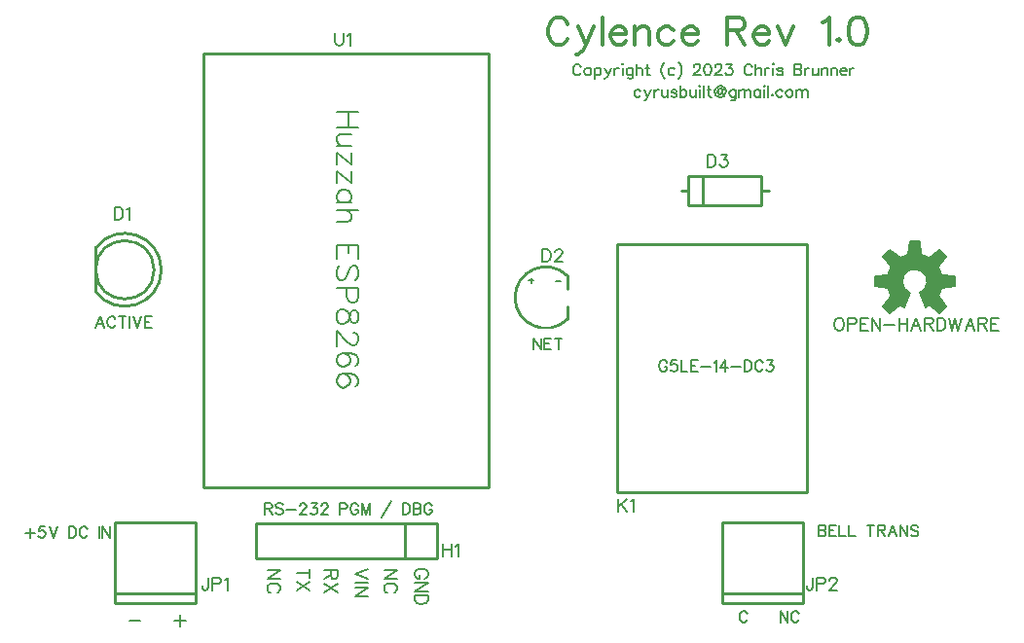
<source format=gto>
G04 Layer: TopSilkscreenLayer*
G04 EasyEDA v6.5.22, 2023-03-10 16:28:45*
G04 028e3914a6f949ed9ca799ef75e4ed4f,10*
G04 Gerber Generator version 0.2*
G04 Scale: 100 percent, Rotated: No, Reflected: No *
G04 Dimensions in millimeters *
G04 leading zeros omitted , absolute positions ,4 integer and 5 decimal *
%FSLAX45Y45*%
%MOMM*%

%ADD10C,0.3500*%
%ADD11C,0.2000*%
%ADD12C,0.1500*%
%ADD13C,0.2032*%
%ADD14C,0.1524*%
%ADD15C,0.1501*%
%ADD16C,0.2540*%
%ADD17C,0.0101*%

%LPD*%
D10*
X5479034Y8120379D02*
G01*
X5467604Y8142986D01*
X5444997Y8165592D01*
X5422138Y8177021D01*
X5376672Y8177021D01*
X5354065Y8165592D01*
X5331206Y8142986D01*
X5320029Y8120379D01*
X5308600Y8086089D01*
X5308600Y8029447D01*
X5320029Y7995158D01*
X5331206Y7972552D01*
X5354065Y7949692D01*
X5376672Y7938515D01*
X5422138Y7938515D01*
X5444997Y7949692D01*
X5467604Y7972552D01*
X5479034Y7995158D01*
X5565393Y8097520D02*
G01*
X5633720Y7938515D01*
X5701791Y8097520D02*
G01*
X5633720Y7938515D01*
X5610859Y7893050D01*
X5588254Y7870189D01*
X5565393Y7859013D01*
X5553963Y7859013D01*
X5776722Y8177021D02*
G01*
X5776722Y7938515D01*
X5851906Y8029447D02*
G01*
X5988050Y8029447D01*
X5988050Y8052054D01*
X5976874Y8074913D01*
X5965443Y8086089D01*
X5942584Y8097520D01*
X5908547Y8097520D01*
X5885941Y8086089D01*
X5863081Y8063484D01*
X5851906Y8029447D01*
X5851906Y8006587D01*
X5863081Y7972552D01*
X5885941Y7949692D01*
X5908547Y7938515D01*
X5942584Y7938515D01*
X5965443Y7949692D01*
X5988050Y7972552D01*
X6063234Y8097520D02*
G01*
X6063234Y7938515D01*
X6063234Y8052054D02*
G01*
X6097270Y8086089D01*
X6119875Y8097520D01*
X6154165Y8097520D01*
X6176772Y8086089D01*
X6188202Y8052054D01*
X6188202Y7938515D01*
X6399529Y8063484D02*
G01*
X6376670Y8086089D01*
X6354063Y8097520D01*
X6320027Y8097520D01*
X6297168Y8086089D01*
X6274561Y8063484D01*
X6263131Y8029447D01*
X6263131Y8006587D01*
X6274561Y7972552D01*
X6297168Y7949692D01*
X6320027Y7938515D01*
X6354063Y7938515D01*
X6376670Y7949692D01*
X6399529Y7972552D01*
X6474459Y8029447D02*
G01*
X6610858Y8029447D01*
X6610858Y8052054D01*
X6599427Y8074913D01*
X6588252Y8086089D01*
X6565391Y8097520D01*
X6531356Y8097520D01*
X6508495Y8086089D01*
X6485890Y8063484D01*
X6474459Y8029447D01*
X6474459Y8006587D01*
X6485890Y7972552D01*
X6508495Y7949692D01*
X6531356Y7938515D01*
X6565391Y7938515D01*
X6588252Y7949692D01*
X6610858Y7972552D01*
X6860793Y8177021D02*
G01*
X6860793Y7938515D01*
X6860793Y8177021D02*
G01*
X6963156Y8177021D01*
X6997191Y8165592D01*
X7008622Y8154415D01*
X7020052Y8131555D01*
X7020052Y8108950D01*
X7008622Y8086089D01*
X6997191Y8074913D01*
X6963156Y8063484D01*
X6860793Y8063484D01*
X6940295Y8063484D02*
G01*
X7020052Y7938515D01*
X7094981Y8029447D02*
G01*
X7231379Y8029447D01*
X7231379Y8052054D01*
X7219950Y8074913D01*
X7208520Y8086089D01*
X7185913Y8097520D01*
X7151877Y8097520D01*
X7129018Y8086089D01*
X7106411Y8063484D01*
X7094981Y8029447D01*
X7094981Y8006587D01*
X7106411Y7972552D01*
X7129018Y7949692D01*
X7151877Y7938515D01*
X7185913Y7938515D01*
X7208520Y7949692D01*
X7231379Y7972552D01*
X7306309Y8097520D02*
G01*
X7374381Y7938515D01*
X7442708Y8097520D02*
G01*
X7374381Y7938515D01*
X7692643Y8131555D02*
G01*
X7715504Y8142986D01*
X7749540Y8177021D01*
X7749540Y7938515D01*
X7835900Y7995158D02*
G01*
X7824470Y7983981D01*
X7835900Y7972552D01*
X7847329Y7983981D01*
X7835900Y7995158D01*
X7990331Y8177021D02*
G01*
X7956295Y8165592D01*
X7933690Y8131555D01*
X7922259Y8074913D01*
X7922259Y8040623D01*
X7933690Y7983981D01*
X7956295Y7949692D01*
X7990331Y7938515D01*
X8013191Y7938515D01*
X8047227Y7949692D01*
X8069834Y7983981D01*
X8081263Y8040623D01*
X8081263Y8074913D01*
X8069834Y8131555D01*
X8047227Y8165592D01*
X8013191Y8177021D01*
X7990331Y8177021D01*
D11*
X5592572Y7749031D02*
G01*
X5588254Y7758176D01*
X5579109Y7767065D01*
X5569965Y7771637D01*
X5551677Y7771637D01*
X5542788Y7767065D01*
X5533643Y7758176D01*
X5529072Y7749031D01*
X5524500Y7735315D01*
X5524500Y7712710D01*
X5529072Y7698994D01*
X5533643Y7689850D01*
X5542788Y7680705D01*
X5551677Y7676134D01*
X5569965Y7676134D01*
X5579109Y7680705D01*
X5588254Y7689850D01*
X5592572Y7698994D01*
X5645404Y7739887D02*
G01*
X5636259Y7735315D01*
X5627115Y7726171D01*
X5622797Y7712710D01*
X5622797Y7703565D01*
X5627115Y7689850D01*
X5636259Y7680705D01*
X5645404Y7676134D01*
X5659120Y7676134D01*
X5668009Y7680705D01*
X5677154Y7689850D01*
X5681725Y7703565D01*
X5681725Y7712710D01*
X5677154Y7726171D01*
X5668009Y7735315D01*
X5659120Y7739887D01*
X5645404Y7739887D01*
X5711697Y7739887D02*
G01*
X5711697Y7644384D01*
X5711697Y7726171D02*
G01*
X5720841Y7735315D01*
X5729986Y7739887D01*
X5743702Y7739887D01*
X5752591Y7735315D01*
X5761736Y7726171D01*
X5766308Y7712710D01*
X5766308Y7703565D01*
X5761736Y7689850D01*
X5752591Y7680705D01*
X5743702Y7676134D01*
X5729986Y7676134D01*
X5720841Y7680705D01*
X5711697Y7689850D01*
X5800852Y7739887D02*
G01*
X5828029Y7676134D01*
X5855461Y7739887D02*
G01*
X5828029Y7676134D01*
X5819140Y7658100D01*
X5809995Y7648955D01*
X5800852Y7644384D01*
X5796279Y7644384D01*
X5885434Y7739887D02*
G01*
X5885434Y7676134D01*
X5885434Y7712710D02*
G01*
X5890006Y7726171D01*
X5899150Y7735315D01*
X5908040Y7739887D01*
X5921756Y7739887D01*
X5951727Y7771637D02*
G01*
X5956300Y7767065D01*
X5960872Y7771637D01*
X5956300Y7776210D01*
X5951727Y7771637D01*
X5956300Y7739887D02*
G01*
X5956300Y7676134D01*
X6045454Y7739887D02*
G01*
X6045454Y7667244D01*
X6040881Y7653528D01*
X6036309Y7648955D01*
X6027165Y7644384D01*
X6013704Y7644384D01*
X6004559Y7648955D01*
X6045454Y7726171D02*
G01*
X6036309Y7735315D01*
X6027165Y7739887D01*
X6013704Y7739887D01*
X6004559Y7735315D01*
X5995415Y7726171D01*
X5990843Y7712710D01*
X5990843Y7703565D01*
X5995415Y7689850D01*
X6004559Y7680705D01*
X6013704Y7676134D01*
X6027165Y7676134D01*
X6036309Y7680705D01*
X6045454Y7689850D01*
X6075425Y7771637D02*
G01*
X6075425Y7676134D01*
X6075425Y7721600D02*
G01*
X6089141Y7735315D01*
X6098031Y7739887D01*
X6111747Y7739887D01*
X6120891Y7735315D01*
X6125463Y7721600D01*
X6125463Y7676134D01*
X6169152Y7771637D02*
G01*
X6169152Y7694421D01*
X6173470Y7680705D01*
X6182613Y7676134D01*
X6191758Y7676134D01*
X6155436Y7739887D02*
G01*
X6187186Y7739887D01*
X6323584Y7789926D02*
G01*
X6314440Y7780781D01*
X6305295Y7767065D01*
X6296406Y7749031D01*
X6291834Y7726171D01*
X6291834Y7708137D01*
X6296406Y7685278D01*
X6305295Y7667244D01*
X6314440Y7653528D01*
X6323584Y7644384D01*
X6408165Y7726171D02*
G01*
X6399022Y7735315D01*
X6389877Y7739887D01*
X6376415Y7739887D01*
X6367272Y7735315D01*
X6358127Y7726171D01*
X6353556Y7712710D01*
X6353556Y7703565D01*
X6358127Y7689850D01*
X6367272Y7680705D01*
X6376415Y7676134D01*
X6389877Y7676134D01*
X6399022Y7680705D01*
X6408165Y7689850D01*
X6438138Y7789926D02*
G01*
X6447281Y7780781D01*
X6456425Y7767065D01*
X6465315Y7749031D01*
X6469888Y7726171D01*
X6469888Y7708137D01*
X6465315Y7685278D01*
X6456425Y7667244D01*
X6447281Y7653528D01*
X6438138Y7644384D01*
X6574536Y7749031D02*
G01*
X6574536Y7753604D01*
X6579108Y7762494D01*
X6583679Y7767065D01*
X6592570Y7771637D01*
X6610858Y7771637D01*
X6620002Y7767065D01*
X6624574Y7762494D01*
X6629145Y7753604D01*
X6629145Y7744460D01*
X6624574Y7735315D01*
X6615429Y7721600D01*
X6569963Y7676134D01*
X6633463Y7676134D01*
X6690868Y7771637D02*
G01*
X6677152Y7767065D01*
X6668008Y7753604D01*
X6663690Y7730744D01*
X6663690Y7717281D01*
X6668008Y7694421D01*
X6677152Y7680705D01*
X6690868Y7676134D01*
X6700011Y7676134D01*
X6713474Y7680705D01*
X6722618Y7694421D01*
X6727190Y7717281D01*
X6727190Y7730744D01*
X6722618Y7753604D01*
X6713474Y7767065D01*
X6700011Y7771637D01*
X6690868Y7771637D01*
X6761734Y7749031D02*
G01*
X6761734Y7753604D01*
X6766306Y7762494D01*
X6770877Y7767065D01*
X6780022Y7771637D01*
X6798056Y7771637D01*
X6807200Y7767065D01*
X6811772Y7762494D01*
X6816343Y7753604D01*
X6816343Y7744460D01*
X6811772Y7735315D01*
X6802627Y7721600D01*
X6757161Y7676134D01*
X6820915Y7676134D01*
X6860031Y7771637D02*
G01*
X6910070Y7771637D01*
X6882638Y7735315D01*
X6896354Y7735315D01*
X6905497Y7730744D01*
X6910070Y7726171D01*
X6914388Y7712710D01*
X6914388Y7703565D01*
X6910070Y7689850D01*
X6900925Y7680705D01*
X6887209Y7676134D01*
X6873493Y7676134D01*
X6860031Y7680705D01*
X6855459Y7685278D01*
X6850888Y7694421D01*
X7082790Y7749031D02*
G01*
X7078218Y7758176D01*
X7069074Y7767065D01*
X7059929Y7771637D01*
X7041895Y7771637D01*
X7032752Y7767065D01*
X7023608Y7758176D01*
X7019036Y7749031D01*
X7014463Y7735315D01*
X7014463Y7712710D01*
X7019036Y7698994D01*
X7023608Y7689850D01*
X7032752Y7680705D01*
X7041895Y7676134D01*
X7059929Y7676134D01*
X7069074Y7680705D01*
X7078218Y7689850D01*
X7082790Y7698994D01*
X7112761Y7771637D02*
G01*
X7112761Y7676134D01*
X7112761Y7721600D02*
G01*
X7126224Y7735315D01*
X7135368Y7739887D01*
X7149084Y7739887D01*
X7158227Y7735315D01*
X7162800Y7721600D01*
X7162800Y7676134D01*
X7192772Y7739887D02*
G01*
X7192772Y7676134D01*
X7192772Y7712710D02*
G01*
X7197343Y7726171D01*
X7206234Y7735315D01*
X7215377Y7739887D01*
X7229093Y7739887D01*
X7259065Y7771637D02*
G01*
X7263638Y7767065D01*
X7268209Y7771637D01*
X7263638Y7776210D01*
X7259065Y7771637D01*
X7263638Y7739887D02*
G01*
X7263638Y7676134D01*
X7348220Y7726171D02*
G01*
X7343647Y7735315D01*
X7329931Y7739887D01*
X7316215Y7739887D01*
X7302754Y7735315D01*
X7298181Y7726171D01*
X7302754Y7717281D01*
X7311643Y7712710D01*
X7334504Y7708137D01*
X7343647Y7703565D01*
X7348220Y7694421D01*
X7348220Y7689850D01*
X7343647Y7680705D01*
X7329931Y7676134D01*
X7316215Y7676134D01*
X7302754Y7680705D01*
X7298181Y7689850D01*
X7448041Y7771637D02*
G01*
X7448041Y7676134D01*
X7448041Y7771637D02*
G01*
X7488936Y7771637D01*
X7502652Y7767065D01*
X7507224Y7762494D01*
X7511795Y7753604D01*
X7511795Y7744460D01*
X7507224Y7735315D01*
X7502652Y7730744D01*
X7488936Y7726171D01*
X7448041Y7726171D02*
G01*
X7488936Y7726171D01*
X7502652Y7721600D01*
X7507224Y7717281D01*
X7511795Y7708137D01*
X7511795Y7694421D01*
X7507224Y7685278D01*
X7502652Y7680705D01*
X7488936Y7676134D01*
X7448041Y7676134D01*
X7541768Y7739887D02*
G01*
X7541768Y7676134D01*
X7541768Y7712710D02*
G01*
X7546340Y7726171D01*
X7555484Y7735315D01*
X7564374Y7739887D01*
X7578090Y7739887D01*
X7608061Y7739887D02*
G01*
X7608061Y7694421D01*
X7612634Y7680705D01*
X7621777Y7676134D01*
X7635493Y7676134D01*
X7644384Y7680705D01*
X7658100Y7694421D01*
X7658100Y7739887D02*
G01*
X7658100Y7676134D01*
X7688072Y7739887D02*
G01*
X7688072Y7676134D01*
X7688072Y7721600D02*
G01*
X7701788Y7735315D01*
X7710931Y7739887D01*
X7724393Y7739887D01*
X7733538Y7735315D01*
X7738109Y7721600D01*
X7738109Y7676134D01*
X7768081Y7739887D02*
G01*
X7768081Y7676134D01*
X7768081Y7721600D02*
G01*
X7781797Y7735315D01*
X7790941Y7739887D01*
X7804404Y7739887D01*
X7813547Y7735315D01*
X7818120Y7721600D01*
X7818120Y7676134D01*
X7848091Y7712710D02*
G01*
X7902702Y7712710D01*
X7902702Y7721600D01*
X7898129Y7730744D01*
X7893558Y7735315D01*
X7884413Y7739887D01*
X7870952Y7739887D01*
X7861808Y7735315D01*
X7852663Y7726171D01*
X7848091Y7712710D01*
X7848091Y7703565D01*
X7852663Y7689850D01*
X7861808Y7680705D01*
X7870952Y7676134D01*
X7884413Y7676134D01*
X7893558Y7680705D01*
X7902702Y7689850D01*
X7932674Y7739887D02*
G01*
X7932674Y7676134D01*
X7932674Y7712710D02*
G01*
X7937245Y7726171D01*
X7946390Y7735315D01*
X7955279Y7739887D01*
X7968995Y7739887D01*
D12*
X6112509Y7535671D02*
G01*
X6103365Y7544815D01*
X6094222Y7549387D01*
X6080506Y7549387D01*
X6071615Y7544815D01*
X6062472Y7535671D01*
X6057900Y7522210D01*
X6057900Y7513065D01*
X6062472Y7499350D01*
X6071615Y7490205D01*
X6080506Y7485634D01*
X6094222Y7485634D01*
X6103365Y7490205D01*
X6112509Y7499350D01*
X6147054Y7549387D02*
G01*
X6174231Y7485634D01*
X6201409Y7549387D02*
G01*
X6174231Y7485634D01*
X6165088Y7467600D01*
X6156197Y7458455D01*
X6147054Y7453884D01*
X6142481Y7453884D01*
X6231636Y7549387D02*
G01*
X6231636Y7485634D01*
X6231636Y7522210D02*
G01*
X6236208Y7535671D01*
X6245097Y7544815D01*
X6254241Y7549387D01*
X6267958Y7549387D01*
X6297929Y7549387D02*
G01*
X6297929Y7503921D01*
X6302502Y7490205D01*
X6311645Y7485634D01*
X6325108Y7485634D01*
X6334252Y7490205D01*
X6347968Y7503921D01*
X6347968Y7549387D02*
G01*
X6347968Y7485634D01*
X6427977Y7535671D02*
G01*
X6423406Y7544815D01*
X6409690Y7549387D01*
X6395974Y7549387D01*
X6382511Y7544815D01*
X6377940Y7535671D01*
X6382511Y7526781D01*
X6391656Y7522210D01*
X6414261Y7517637D01*
X6423406Y7513065D01*
X6427977Y7503921D01*
X6427977Y7499350D01*
X6423406Y7490205D01*
X6409690Y7485634D01*
X6395974Y7485634D01*
X6382511Y7490205D01*
X6377940Y7499350D01*
X6457950Y7581137D02*
G01*
X6457950Y7485634D01*
X6457950Y7535671D02*
G01*
X6467093Y7544815D01*
X6475984Y7549387D01*
X6489700Y7549387D01*
X6498843Y7544815D01*
X6507988Y7535671D01*
X6512559Y7522210D01*
X6512559Y7513065D01*
X6507988Y7499350D01*
X6498843Y7490205D01*
X6489700Y7485634D01*
X6475984Y7485634D01*
X6467093Y7490205D01*
X6457950Y7499350D01*
X6542531Y7549387D02*
G01*
X6542531Y7503921D01*
X6547104Y7490205D01*
X6555993Y7485634D01*
X6569709Y7485634D01*
X6578854Y7490205D01*
X6592570Y7503921D01*
X6592570Y7549387D02*
G01*
X6592570Y7485634D01*
X6622541Y7581137D02*
G01*
X6627113Y7576565D01*
X6631431Y7581137D01*
X6627113Y7585710D01*
X6622541Y7581137D01*
X6627113Y7549387D02*
G01*
X6627113Y7485634D01*
X6661658Y7581137D02*
G01*
X6661658Y7485634D01*
X6705091Y7581137D02*
G01*
X6705091Y7503921D01*
X6709663Y7490205D01*
X6718808Y7485634D01*
X6727952Y7485634D01*
X6691629Y7549387D02*
G01*
X6723379Y7549387D01*
X6825995Y7544815D02*
G01*
X6821424Y7553960D01*
X6812534Y7558531D01*
X6798818Y7558531D01*
X6789674Y7553960D01*
X6785102Y7549387D01*
X6780529Y7535671D01*
X6780529Y7522210D01*
X6785102Y7513065D01*
X6794245Y7508494D01*
X6807961Y7508494D01*
X6817106Y7513065D01*
X6821424Y7522210D01*
X6798818Y7558531D02*
G01*
X6789674Y7549387D01*
X6785102Y7535671D01*
X6785102Y7522210D01*
X6789674Y7513065D01*
X6794245Y7508494D01*
X6825995Y7558531D02*
G01*
X6821424Y7522210D01*
X6821424Y7513065D01*
X6830568Y7508494D01*
X6839711Y7508494D01*
X6848856Y7517637D01*
X6853427Y7531100D01*
X6853427Y7540244D01*
X6848856Y7553960D01*
X6844284Y7563104D01*
X6835140Y7571994D01*
X6825995Y7576565D01*
X6812534Y7581137D01*
X6798818Y7581137D01*
X6785102Y7576565D01*
X6775958Y7571994D01*
X6767068Y7563104D01*
X6762495Y7553960D01*
X6757924Y7540244D01*
X6757924Y7526781D01*
X6762495Y7513065D01*
X6767068Y7503921D01*
X6775958Y7494778D01*
X6785102Y7490205D01*
X6798818Y7485634D01*
X6812534Y7485634D01*
X6825995Y7490205D01*
X6835140Y7494778D01*
X6839711Y7499350D01*
X6830568Y7558531D02*
G01*
X6825995Y7522210D01*
X6825995Y7513065D01*
X6830568Y7508494D01*
X6938009Y7549387D02*
G01*
X6938009Y7476744D01*
X6933438Y7463028D01*
X6928865Y7458455D01*
X6919722Y7453884D01*
X6906006Y7453884D01*
X6897115Y7458455D01*
X6938009Y7535671D02*
G01*
X6928865Y7544815D01*
X6919722Y7549387D01*
X6906006Y7549387D01*
X6897115Y7544815D01*
X6887972Y7535671D01*
X6883400Y7522210D01*
X6883400Y7513065D01*
X6887972Y7499350D01*
X6897115Y7490205D01*
X6906006Y7485634D01*
X6919722Y7485634D01*
X6928865Y7490205D01*
X6938009Y7499350D01*
X6967981Y7549387D02*
G01*
X6967981Y7485634D01*
X6967981Y7531100D02*
G01*
X6981443Y7544815D01*
X6990588Y7549387D01*
X7004304Y7549387D01*
X7013447Y7544815D01*
X7018020Y7531100D01*
X7018020Y7485634D01*
X7018020Y7531100D02*
G01*
X7031481Y7544815D01*
X7040625Y7549387D01*
X7054341Y7549387D01*
X7063231Y7544815D01*
X7067804Y7531100D01*
X7067804Y7485634D01*
X7152386Y7549387D02*
G01*
X7152386Y7485634D01*
X7152386Y7535671D02*
G01*
X7143241Y7544815D01*
X7134352Y7549387D01*
X7120636Y7549387D01*
X7111491Y7544815D01*
X7102347Y7535671D01*
X7097775Y7522210D01*
X7097775Y7513065D01*
X7102347Y7499350D01*
X7111491Y7490205D01*
X7120636Y7485634D01*
X7134352Y7485634D01*
X7143241Y7490205D01*
X7152386Y7499350D01*
X7182358Y7581137D02*
G01*
X7186929Y7576565D01*
X7191502Y7581137D01*
X7186929Y7585710D01*
X7182358Y7581137D01*
X7186929Y7549387D02*
G01*
X7186929Y7485634D01*
X7221474Y7581137D02*
G01*
X7221474Y7485634D01*
X7256018Y7508494D02*
G01*
X7251445Y7503921D01*
X7256018Y7499350D01*
X7260590Y7503921D01*
X7256018Y7508494D01*
X7345172Y7535671D02*
G01*
X7336027Y7544815D01*
X7326884Y7549387D01*
X7313422Y7549387D01*
X7304277Y7544815D01*
X7295134Y7535671D01*
X7290561Y7522210D01*
X7290561Y7513065D01*
X7295134Y7499350D01*
X7304277Y7490205D01*
X7313422Y7485634D01*
X7326884Y7485634D01*
X7336027Y7490205D01*
X7345172Y7499350D01*
X7398004Y7549387D02*
G01*
X7388859Y7544815D01*
X7379715Y7535671D01*
X7375143Y7522210D01*
X7375143Y7513065D01*
X7379715Y7499350D01*
X7388859Y7490205D01*
X7398004Y7485634D01*
X7411465Y7485634D01*
X7420609Y7490205D01*
X7429754Y7499350D01*
X7434325Y7513065D01*
X7434325Y7522210D01*
X7429754Y7535671D01*
X7420609Y7544815D01*
X7411465Y7549387D01*
X7398004Y7549387D01*
X7464297Y7549387D02*
G01*
X7464297Y7485634D01*
X7464297Y7531100D02*
G01*
X7478013Y7544815D01*
X7486904Y7549387D01*
X7500620Y7549387D01*
X7509763Y7544815D01*
X7514336Y7531100D01*
X7514336Y7485634D01*
X7514336Y7531100D02*
G01*
X7527797Y7544815D01*
X7536941Y7549387D01*
X7550658Y7549387D01*
X7559802Y7544815D01*
X7564374Y7531100D01*
X7564374Y7485634D01*
D11*
X2844800Y3948937D02*
G01*
X2844800Y3853434D01*
X2844800Y3948937D02*
G01*
X2885693Y3948937D01*
X2899409Y3944365D01*
X2903981Y3939794D01*
X2908554Y3930904D01*
X2908554Y3921760D01*
X2903981Y3912615D01*
X2899409Y3908044D01*
X2885693Y3903471D01*
X2844800Y3903471D01*
X2876550Y3903471D02*
G01*
X2908554Y3853434D01*
X3002025Y3935476D02*
G01*
X2992881Y3944365D01*
X2979420Y3948937D01*
X2961131Y3948937D01*
X2947415Y3944365D01*
X2938525Y3935476D01*
X2938525Y3926331D01*
X2943097Y3917187D01*
X2947415Y3912615D01*
X2956559Y3908044D01*
X2983991Y3898900D01*
X2992881Y3894581D01*
X2997454Y3890010D01*
X3002025Y3880865D01*
X3002025Y3867150D01*
X2992881Y3858005D01*
X2979420Y3853434D01*
X2961131Y3853434D01*
X2947415Y3858005D01*
X2938525Y3867150D01*
X3031997Y3894581D02*
G01*
X3113786Y3894581D01*
X3148329Y3926331D02*
G01*
X3148329Y3930904D01*
X3152902Y3939794D01*
X3157474Y3944365D01*
X3166618Y3948937D01*
X3184906Y3948937D01*
X3193795Y3944365D01*
X3198368Y3939794D01*
X3202940Y3930904D01*
X3202940Y3921760D01*
X3198368Y3912615D01*
X3189224Y3898900D01*
X3144011Y3853434D01*
X3207511Y3853434D01*
X3246627Y3948937D02*
G01*
X3296665Y3948937D01*
X3269234Y3912615D01*
X3282950Y3912615D01*
X3292093Y3908044D01*
X3296665Y3903471D01*
X3301238Y3890010D01*
X3301238Y3880865D01*
X3296665Y3867150D01*
X3287522Y3858005D01*
X3273806Y3853434D01*
X3260343Y3853434D01*
X3246627Y3858005D01*
X3242056Y3862578D01*
X3237484Y3871721D01*
X3335781Y3926331D02*
G01*
X3335781Y3930904D01*
X3340354Y3939794D01*
X3344925Y3944365D01*
X3353815Y3948937D01*
X3372104Y3948937D01*
X3381247Y3944365D01*
X3385820Y3939794D01*
X3390138Y3930904D01*
X3390138Y3921760D01*
X3385820Y3912615D01*
X3376675Y3898900D01*
X3331209Y3853434D01*
X3394709Y3853434D01*
X3494786Y3948937D02*
G01*
X3494786Y3853434D01*
X3494786Y3948937D02*
G01*
X3535679Y3948937D01*
X3549395Y3944365D01*
X3553968Y3939794D01*
X3558540Y3930904D01*
X3558540Y3917187D01*
X3553968Y3908044D01*
X3549395Y3903471D01*
X3535679Y3898900D01*
X3494786Y3898900D01*
X3656584Y3926331D02*
G01*
X3652011Y3935476D01*
X3642868Y3944365D01*
X3633977Y3948937D01*
X3615690Y3948937D01*
X3606545Y3944365D01*
X3597402Y3935476D01*
X3593084Y3926331D01*
X3588511Y3912615D01*
X3588511Y3890010D01*
X3593084Y3876294D01*
X3597402Y3867150D01*
X3606545Y3858005D01*
X3615690Y3853434D01*
X3633977Y3853434D01*
X3642868Y3858005D01*
X3652011Y3867150D01*
X3656584Y3876294D01*
X3656584Y3890010D01*
X3633977Y3890010D02*
G01*
X3656584Y3890010D01*
X3686556Y3948937D02*
G01*
X3686556Y3853434D01*
X3686556Y3948937D02*
G01*
X3722877Y3853434D01*
X3759454Y3948937D02*
G01*
X3722877Y3853434D01*
X3759454Y3948937D02*
G01*
X3759454Y3853434D01*
X3941063Y3967226D02*
G01*
X3859275Y3821684D01*
X4041140Y3948937D02*
G01*
X4041140Y3853434D01*
X4041140Y3948937D02*
G01*
X4072890Y3948937D01*
X4086606Y3944365D01*
X4095750Y3935476D01*
X4100322Y3926331D01*
X4104893Y3912615D01*
X4104893Y3890010D01*
X4100322Y3876294D01*
X4095750Y3867150D01*
X4086606Y3858005D01*
X4072890Y3853434D01*
X4041140Y3853434D01*
X4134865Y3948937D02*
G01*
X4134865Y3853434D01*
X4134865Y3948937D02*
G01*
X4175759Y3948937D01*
X4189222Y3944365D01*
X4193793Y3939794D01*
X4198365Y3930904D01*
X4198365Y3921760D01*
X4193793Y3912615D01*
X4189222Y3908044D01*
X4175759Y3903471D01*
X4134865Y3903471D02*
G01*
X4175759Y3903471D01*
X4189222Y3898900D01*
X4193793Y3894581D01*
X4198365Y3885437D01*
X4198365Y3871721D01*
X4193793Y3862578D01*
X4189222Y3858005D01*
X4175759Y3853434D01*
X4134865Y3853434D01*
X4296663Y3926331D02*
G01*
X4292091Y3935476D01*
X4282947Y3944365D01*
X4273804Y3948937D01*
X4255770Y3948937D01*
X4246625Y3944365D01*
X4237481Y3935476D01*
X4232909Y3926331D01*
X4228338Y3912615D01*
X4228338Y3890010D01*
X4232909Y3876294D01*
X4237481Y3867150D01*
X4246625Y3858005D01*
X4255770Y3853434D01*
X4273804Y3853434D01*
X4282947Y3858005D01*
X4292091Y3867150D01*
X4296663Y3876294D01*
X4296663Y3890010D01*
X4273804Y3890010D02*
G01*
X4296663Y3890010D01*
X7040372Y2986531D02*
G01*
X7036054Y2995676D01*
X7026909Y3004565D01*
X7017765Y3009137D01*
X6999477Y3009137D01*
X6990588Y3004565D01*
X6981443Y2995676D01*
X6976872Y2986531D01*
X6972300Y2972815D01*
X6972300Y2950210D01*
X6976872Y2936494D01*
X6981443Y2927350D01*
X6990588Y2918205D01*
X6999477Y2913634D01*
X7017765Y2913634D01*
X7026909Y2918205D01*
X7036054Y2927350D01*
X7040372Y2936494D01*
X7327900Y3009137D02*
G01*
X7327900Y2913634D01*
X7327900Y3009137D02*
G01*
X7391654Y2913634D01*
X7391654Y3009137D02*
G01*
X7391654Y2913634D01*
X7489697Y2986531D02*
G01*
X7485125Y2995676D01*
X7475981Y3004565D01*
X7467091Y3009137D01*
X7448804Y3009137D01*
X7439659Y3004565D01*
X7430515Y2995676D01*
X7426197Y2986531D01*
X7421625Y2972815D01*
X7421625Y2950210D01*
X7426197Y2936494D01*
X7430515Y2927350D01*
X7439659Y2918205D01*
X7448804Y2913634D01*
X7467091Y2913634D01*
X7475981Y2918205D01*
X7485125Y2927350D01*
X7489697Y2936494D01*
X7658100Y3758437D02*
G01*
X7658100Y3662934D01*
X7658100Y3758437D02*
G01*
X7698993Y3758437D01*
X7712709Y3753865D01*
X7717281Y3749294D01*
X7721854Y3740404D01*
X7721854Y3731260D01*
X7717281Y3722115D01*
X7712709Y3717544D01*
X7698993Y3712971D01*
X7658100Y3712971D02*
G01*
X7698993Y3712971D01*
X7712709Y3708400D01*
X7717281Y3704081D01*
X7721854Y3694937D01*
X7721854Y3681221D01*
X7717281Y3672078D01*
X7712709Y3667505D01*
X7698993Y3662934D01*
X7658100Y3662934D01*
X7751825Y3758437D02*
G01*
X7751825Y3662934D01*
X7751825Y3758437D02*
G01*
X7810754Y3758437D01*
X7751825Y3712971D02*
G01*
X7788147Y3712971D01*
X7751825Y3662934D02*
G01*
X7810754Y3662934D01*
X7840725Y3758437D02*
G01*
X7840725Y3662934D01*
X7840725Y3662934D02*
G01*
X7895336Y3662934D01*
X7925308Y3758437D02*
G01*
X7925308Y3662934D01*
X7925308Y3662934D02*
G01*
X7979918Y3662934D01*
X8111743Y3758437D02*
G01*
X8111743Y3662934D01*
X8079993Y3758437D02*
G01*
X8143493Y3758437D01*
X8173465Y3758437D02*
G01*
X8173465Y3662934D01*
X8173465Y3758437D02*
G01*
X8214359Y3758437D01*
X8228075Y3753865D01*
X8232647Y3749294D01*
X8237220Y3740404D01*
X8237220Y3731260D01*
X8232647Y3722115D01*
X8228075Y3717544D01*
X8214359Y3712971D01*
X8173465Y3712971D01*
X8205470Y3712971D02*
G01*
X8237220Y3662934D01*
X8303513Y3758437D02*
G01*
X8267191Y3662934D01*
X8303513Y3758437D02*
G01*
X8339836Y3662934D01*
X8280908Y3694937D02*
G01*
X8326374Y3694937D01*
X8369808Y3758437D02*
G01*
X8369808Y3662934D01*
X8369808Y3758437D02*
G01*
X8433561Y3662934D01*
X8433561Y3758437D02*
G01*
X8433561Y3662934D01*
X8527288Y3744976D02*
G01*
X8518143Y3753865D01*
X8504427Y3758437D01*
X8486393Y3758437D01*
X8472677Y3753865D01*
X8463534Y3744976D01*
X8463534Y3735831D01*
X8468106Y3726687D01*
X8472677Y3722115D01*
X8481822Y3717544D01*
X8509000Y3708400D01*
X8518143Y3704081D01*
X8522715Y3699510D01*
X8527288Y3690365D01*
X8527288Y3676650D01*
X8518143Y3667505D01*
X8504427Y3662934D01*
X8486393Y3662934D01*
X8472677Y3667505D01*
X8463534Y3676650D01*
X5181600Y5384037D02*
G01*
X5181600Y5288534D01*
X5181600Y5384037D02*
G01*
X5245354Y5288534D01*
X5245354Y5384037D02*
G01*
X5245354Y5288534D01*
X5275325Y5384037D02*
G01*
X5275325Y5288534D01*
X5275325Y5384037D02*
G01*
X5334254Y5384037D01*
X5275325Y5338571D02*
G01*
X5311647Y5338571D01*
X5275325Y5288534D02*
G01*
X5334254Y5288534D01*
X5396229Y5384037D02*
G01*
X5396229Y5288534D01*
X5364225Y5384037D02*
G01*
X5427979Y5384037D01*
X1407921Y5574537D02*
G01*
X1371600Y5479034D01*
X1407921Y5574537D02*
G01*
X1444244Y5479034D01*
X1385315Y5511037D02*
G01*
X1430781Y5511037D01*
X1542542Y5551931D02*
G01*
X1537970Y5561076D01*
X1528826Y5569965D01*
X1519681Y5574537D01*
X1501647Y5574537D01*
X1492504Y5569965D01*
X1483360Y5561076D01*
X1478787Y5551931D01*
X1474215Y5538215D01*
X1474215Y5515610D01*
X1478787Y5501894D01*
X1483360Y5492750D01*
X1492504Y5483605D01*
X1501647Y5479034D01*
X1519681Y5479034D01*
X1528826Y5483605D01*
X1537970Y5492750D01*
X1542542Y5501894D01*
X1604263Y5574537D02*
G01*
X1604263Y5479034D01*
X1572513Y5574537D02*
G01*
X1636268Y5574537D01*
X1666239Y5574537D02*
G01*
X1666239Y5479034D01*
X1696212Y5574537D02*
G01*
X1732534Y5479034D01*
X1768855Y5574537D02*
G01*
X1732534Y5479034D01*
X1798828Y5574537D02*
G01*
X1798828Y5479034D01*
X1798828Y5574537D02*
G01*
X1858010Y5574537D01*
X1798828Y5529071D02*
G01*
X1835150Y5529071D01*
X1798828Y5479034D02*
G01*
X1858010Y5479034D01*
X6341872Y5170931D02*
G01*
X6337554Y5180076D01*
X6328409Y5188965D01*
X6319265Y5193537D01*
X6300977Y5193537D01*
X6292088Y5188965D01*
X6282943Y5180076D01*
X6278372Y5170931D01*
X6273800Y5157215D01*
X6273800Y5134610D01*
X6278372Y5120894D01*
X6282943Y5111750D01*
X6292088Y5102605D01*
X6300977Y5098034D01*
X6319265Y5098034D01*
X6328409Y5102605D01*
X6337554Y5111750D01*
X6341872Y5120894D01*
X6341872Y5134610D01*
X6319265Y5134610D02*
G01*
X6341872Y5134610D01*
X6426454Y5193537D02*
G01*
X6380988Y5193537D01*
X6376415Y5152644D01*
X6380988Y5157215D01*
X6394704Y5161787D01*
X6408420Y5161787D01*
X6421881Y5157215D01*
X6431025Y5148071D01*
X6435597Y5134610D01*
X6435597Y5125465D01*
X6431025Y5111750D01*
X6421881Y5102605D01*
X6408420Y5098034D01*
X6394704Y5098034D01*
X6380988Y5102605D01*
X6376415Y5107178D01*
X6372097Y5116321D01*
X6465570Y5193537D02*
G01*
X6465570Y5098034D01*
X6465570Y5098034D02*
G01*
X6520179Y5098034D01*
X6550152Y5193537D02*
G01*
X6550152Y5098034D01*
X6550152Y5193537D02*
G01*
X6609334Y5193537D01*
X6550152Y5148071D02*
G01*
X6586474Y5148071D01*
X6550152Y5098034D02*
G01*
X6609334Y5098034D01*
X6639306Y5139181D02*
G01*
X6721093Y5139181D01*
X6751065Y5175504D02*
G01*
X6760209Y5180076D01*
X6773925Y5193537D01*
X6773925Y5098034D01*
X6849363Y5193537D02*
G01*
X6803897Y5130037D01*
X6871970Y5130037D01*
X6849363Y5193537D02*
G01*
X6849363Y5098034D01*
X6901941Y5139181D02*
G01*
X6983729Y5139181D01*
X7013702Y5193537D02*
G01*
X7013702Y5098034D01*
X7013702Y5193537D02*
G01*
X7045706Y5193537D01*
X7059168Y5188965D01*
X7068311Y5180076D01*
X7072884Y5170931D01*
X7077456Y5157215D01*
X7077456Y5134610D01*
X7072884Y5120894D01*
X7068311Y5111750D01*
X7059168Y5102605D01*
X7045706Y5098034D01*
X7013702Y5098034D01*
X7175500Y5170931D02*
G01*
X7171181Y5180076D01*
X7162038Y5188965D01*
X7152893Y5193537D01*
X7134606Y5193537D01*
X7125715Y5188965D01*
X7116572Y5180076D01*
X7112000Y5170931D01*
X7107427Y5157215D01*
X7107427Y5134610D01*
X7112000Y5120894D01*
X7116572Y5111750D01*
X7125715Y5102605D01*
X7134606Y5098034D01*
X7152893Y5098034D01*
X7162038Y5102605D01*
X7171181Y5111750D01*
X7175500Y5120894D01*
X7214615Y5193537D02*
G01*
X7264654Y5193537D01*
X7237475Y5157215D01*
X7251191Y5157215D01*
X7260081Y5152644D01*
X7264654Y5148071D01*
X7269225Y5134610D01*
X7269225Y5125465D01*
X7264654Y5111750D01*
X7255509Y5102605D01*
X7242047Y5098034D01*
X7228331Y5098034D01*
X7214615Y5102605D01*
X7210043Y5107178D01*
X7205725Y5116321D01*
X802894Y3732276D02*
G01*
X802894Y3650234D01*
X762000Y3691381D02*
G01*
X843787Y3691381D01*
X928370Y3745737D02*
G01*
X882904Y3745737D01*
X878331Y3704844D01*
X882904Y3709415D01*
X896620Y3713987D01*
X910081Y3713987D01*
X923797Y3709415D01*
X932942Y3700271D01*
X937513Y3686810D01*
X937513Y3677665D01*
X932942Y3663950D01*
X923797Y3654805D01*
X910081Y3650234D01*
X896620Y3650234D01*
X882904Y3654805D01*
X878331Y3659378D01*
X873760Y3668521D01*
X967486Y3745737D02*
G01*
X1003807Y3650234D01*
X1040129Y3745737D02*
G01*
X1003807Y3650234D01*
X1140205Y3745737D02*
G01*
X1140205Y3650234D01*
X1140205Y3745737D02*
G01*
X1171955Y3745737D01*
X1185671Y3741165D01*
X1194815Y3732276D01*
X1199387Y3723131D01*
X1203705Y3709415D01*
X1203705Y3686810D01*
X1199387Y3673094D01*
X1194815Y3663950D01*
X1185671Y3654805D01*
X1171955Y3650234D01*
X1140205Y3650234D01*
X1302004Y3723131D02*
G01*
X1297431Y3732276D01*
X1288287Y3741165D01*
X1279397Y3745737D01*
X1261110Y3745737D01*
X1251965Y3741165D01*
X1242821Y3732276D01*
X1238250Y3723131D01*
X1233931Y3709415D01*
X1233931Y3686810D01*
X1238250Y3673094D01*
X1242821Y3663950D01*
X1251965Y3654805D01*
X1261110Y3650234D01*
X1279397Y3650234D01*
X1288287Y3654805D01*
X1297431Y3663950D01*
X1302004Y3673094D01*
X1402079Y3745737D02*
G01*
X1402079Y3650234D01*
X1432052Y3745737D02*
G01*
X1432052Y3650234D01*
X1432052Y3745737D02*
G01*
X1495552Y3650234D01*
X1495552Y3745737D02*
G01*
X1495552Y3650234D01*
D13*
X2106422Y2974847D02*
G01*
X2106422Y2876804D01*
X2057400Y2925826D02*
G01*
X2155697Y2925826D01*
X1663700Y2925826D02*
G01*
X1761997Y2925826D01*
X2978658Y3365500D02*
G01*
X2864104Y3365500D01*
X2978658Y3365500D02*
G01*
X2864104Y3289045D01*
X2978658Y3289045D02*
G01*
X2864104Y3289045D01*
X2951225Y3171444D02*
G01*
X2962147Y3176778D01*
X2973070Y3187700D01*
X2978658Y3198621D01*
X2978658Y3220465D01*
X2973070Y3231387D01*
X2962147Y3242310D01*
X2951225Y3247644D01*
X2934970Y3253231D01*
X2907791Y3253231D01*
X2891281Y3247644D01*
X2880359Y3242310D01*
X2869438Y3231387D01*
X2864104Y3220465D01*
X2864104Y3198621D01*
X2869438Y3187700D01*
X2880359Y3176778D01*
X2891281Y3171444D01*
X3994658Y3365500D02*
G01*
X3880104Y3365500D01*
X3994658Y3365500D02*
G01*
X3880104Y3289045D01*
X3994658Y3289045D02*
G01*
X3880104Y3289045D01*
X3967225Y3171444D02*
G01*
X3978147Y3176778D01*
X3989070Y3187700D01*
X3994658Y3198621D01*
X3994658Y3220465D01*
X3989070Y3231387D01*
X3978147Y3242310D01*
X3967225Y3247644D01*
X3950970Y3253231D01*
X3923791Y3253231D01*
X3907281Y3247644D01*
X3896359Y3242310D01*
X3885438Y3231387D01*
X3880104Y3220465D01*
X3880104Y3198621D01*
X3885438Y3187700D01*
X3896359Y3176778D01*
X3907281Y3171444D01*
X3232658Y3340100D02*
G01*
X3118104Y3340100D01*
X3232658Y3378200D02*
G01*
X3232658Y3301745D01*
X3232658Y3265931D02*
G01*
X3118104Y3189478D01*
X3232658Y3189478D02*
G01*
X3118104Y3265931D01*
X3473958Y3365500D02*
G01*
X3359404Y3365500D01*
X3473958Y3365500D02*
G01*
X3473958Y3316478D01*
X3468370Y3299968D01*
X3463036Y3294634D01*
X3452113Y3289045D01*
X3441191Y3289045D01*
X3430270Y3294634D01*
X3424681Y3299968D01*
X3419347Y3316478D01*
X3419347Y3365500D01*
X3419347Y3327400D02*
G01*
X3359404Y3289045D01*
X3473958Y3253231D02*
G01*
X3359404Y3176778D01*
X3473958Y3176778D02*
G01*
X3359404Y3253231D01*
X3740658Y3378200D02*
G01*
X3626104Y3334512D01*
X3740658Y3290823D02*
G01*
X3626104Y3334512D01*
X3740658Y3255010D02*
G01*
X3626104Y3255010D01*
X3740658Y3218942D02*
G01*
X3626104Y3218942D01*
X3740658Y3218942D02*
G01*
X3626104Y3142487D01*
X3740658Y3142487D02*
G01*
X3626104Y3142487D01*
X4233925Y3296412D02*
G01*
X4244847Y3301745D01*
X4255770Y3312668D01*
X4261358Y3323589D01*
X4261358Y3345434D01*
X4255770Y3356355D01*
X4244847Y3367278D01*
X4233925Y3372865D01*
X4217670Y3378200D01*
X4190491Y3378200D01*
X4173981Y3372865D01*
X4163059Y3367278D01*
X4152138Y3356355D01*
X4146804Y3345434D01*
X4146804Y3323589D01*
X4152138Y3312668D01*
X4163059Y3301745D01*
X4173981Y3296412D01*
X4190491Y3296412D01*
X4190491Y3323589D02*
G01*
X4190491Y3296412D01*
X4261358Y3260344D02*
G01*
X4146804Y3260344D01*
X4261358Y3260344D02*
G01*
X4146804Y3184144D01*
X4261358Y3184144D02*
G01*
X4146804Y3184144D01*
X4261358Y3148076D02*
G01*
X4146804Y3148076D01*
X4261358Y3148076D02*
G01*
X4261358Y3109721D01*
X4255770Y3093465D01*
X4244847Y3082544D01*
X4233925Y3077210D01*
X4217670Y3071621D01*
X4190491Y3071621D01*
X4173981Y3077210D01*
X4163059Y3082544D01*
X4152138Y3093465D01*
X4146804Y3109721D01*
X4146804Y3148076D01*
D14*
X7829041Y5563615D02*
G01*
X7818627Y5558536D01*
X7808213Y5548121D01*
X7802879Y5537707D01*
X7797800Y5521960D01*
X7797800Y5496052D01*
X7802879Y5480557D01*
X7808213Y5470144D01*
X7818627Y5459729D01*
X7829041Y5454650D01*
X7849870Y5454650D01*
X7860029Y5459729D01*
X7870443Y5470144D01*
X7875777Y5480557D01*
X7880858Y5496052D01*
X7880858Y5521960D01*
X7875777Y5537707D01*
X7870443Y5548121D01*
X7860029Y5558536D01*
X7849870Y5563615D01*
X7829041Y5563615D01*
X7915147Y5563615D02*
G01*
X7915147Y5454650D01*
X7915147Y5563615D02*
G01*
X7961884Y5563615D01*
X7977631Y5558536D01*
X7982711Y5553202D01*
X7988045Y5542787D01*
X7988045Y5527294D01*
X7982711Y5516879D01*
X7977631Y5511800D01*
X7961884Y5506465D01*
X7915147Y5506465D01*
X8022336Y5563615D02*
G01*
X8022336Y5454650D01*
X8022336Y5563615D02*
G01*
X8089900Y5563615D01*
X8022336Y5511800D02*
G01*
X8063738Y5511800D01*
X8022336Y5454650D02*
G01*
X8089900Y5454650D01*
X8124190Y5563615D02*
G01*
X8124190Y5454650D01*
X8124190Y5563615D02*
G01*
X8196834Y5454650D01*
X8196834Y5563615D02*
G01*
X8196834Y5454650D01*
X8231124Y5501386D02*
G01*
X8324595Y5501386D01*
X8358886Y5563615D02*
G01*
X8358886Y5454650D01*
X8431529Y5563615D02*
G01*
X8431529Y5454650D01*
X8358886Y5511800D02*
G01*
X8431529Y5511800D01*
X8507475Y5563615D02*
G01*
X8465820Y5454650D01*
X8507475Y5563615D02*
G01*
X8549131Y5454650D01*
X8481568Y5490971D02*
G01*
X8533384Y5490971D01*
X8583422Y5563615D02*
G01*
X8583422Y5454650D01*
X8583422Y5563615D02*
G01*
X8630158Y5563615D01*
X8645652Y5558536D01*
X8650986Y5553202D01*
X8656065Y5542787D01*
X8656065Y5532373D01*
X8650986Y5521960D01*
X8645652Y5516879D01*
X8630158Y5511800D01*
X8583422Y5511800D01*
X8619743Y5511800D02*
G01*
X8656065Y5454650D01*
X8690356Y5563615D02*
G01*
X8690356Y5454650D01*
X8690356Y5563615D02*
G01*
X8726677Y5563615D01*
X8742425Y5558536D01*
X8752840Y5548121D01*
X8757920Y5537707D01*
X8763000Y5521960D01*
X8763000Y5496052D01*
X8757920Y5480557D01*
X8752840Y5470144D01*
X8742425Y5459729D01*
X8726677Y5454650D01*
X8690356Y5454650D01*
X8797290Y5563615D02*
G01*
X8823452Y5454650D01*
X8849359Y5563615D02*
G01*
X8823452Y5454650D01*
X8849359Y5563615D02*
G01*
X8875268Y5454650D01*
X8901429Y5563615D02*
G01*
X8875268Y5454650D01*
X8977122Y5563615D02*
G01*
X8935720Y5454650D01*
X8977122Y5563615D02*
G01*
X9018777Y5454650D01*
X8951213Y5490971D02*
G01*
X9003029Y5490971D01*
X9053068Y5563615D02*
G01*
X9053068Y5454650D01*
X9053068Y5563615D02*
G01*
X9099804Y5563615D01*
X9115297Y5558536D01*
X9120631Y5553202D01*
X9125711Y5542787D01*
X9125711Y5532373D01*
X9120631Y5521960D01*
X9115297Y5516879D01*
X9099804Y5511800D01*
X9053068Y5511800D01*
X9089390Y5511800D02*
G01*
X9125711Y5454650D01*
X9160002Y5563615D02*
G01*
X9160002Y5454650D01*
X9160002Y5563615D02*
G01*
X9227565Y5563615D01*
X9160002Y5511800D02*
G01*
X9201658Y5511800D01*
X9160002Y5454650D02*
G01*
X9227565Y5454650D01*
X4394200Y3595115D02*
G01*
X4394200Y3486150D01*
X4466843Y3595115D02*
G01*
X4466843Y3486150D01*
X4394200Y3543300D02*
G01*
X4466843Y3543300D01*
X4501134Y3574287D02*
G01*
X4511547Y3579621D01*
X4527295Y3595115D01*
X4527295Y3486150D01*
X1536700Y6528815D02*
G01*
X1536700Y6419850D01*
X1536700Y6528815D02*
G01*
X1573021Y6528815D01*
X1588770Y6523736D01*
X1598929Y6513321D01*
X1604263Y6502907D01*
X1609344Y6487160D01*
X1609344Y6461252D01*
X1604263Y6445757D01*
X1598929Y6435344D01*
X1588770Y6424929D01*
X1573021Y6419850D01*
X1536700Y6419850D01*
X1643634Y6507987D02*
G01*
X1654047Y6513321D01*
X1669795Y6528815D01*
X1669795Y6419850D01*
X5257800Y6160515D02*
G01*
X5257800Y6051550D01*
X5257800Y6160515D02*
G01*
X5294122Y6160515D01*
X5309870Y6155436D01*
X5320029Y6145021D01*
X5325363Y6134607D01*
X5330443Y6118860D01*
X5330443Y6092952D01*
X5325363Y6077457D01*
X5320029Y6067044D01*
X5309870Y6056629D01*
X5294122Y6051550D01*
X5257800Y6051550D01*
X5370068Y6134607D02*
G01*
X5370068Y6139687D01*
X5375147Y6150102D01*
X5380481Y6155436D01*
X5390895Y6160515D01*
X5411470Y6160515D01*
X5421884Y6155436D01*
X5427218Y6150102D01*
X5432297Y6139687D01*
X5432297Y6129273D01*
X5427218Y6118860D01*
X5416804Y6103365D01*
X5364734Y6051550D01*
X5437631Y6051550D01*
X5159029Y5911227D02*
G01*
X5159029Y5869571D01*
X5138201Y5890399D02*
G01*
X5179857Y5890399D01*
X5373199Y5885398D02*
G01*
X5414855Y5885398D01*
X6692900Y6986015D02*
G01*
X6692900Y6877050D01*
X6692900Y6986015D02*
G01*
X6729222Y6986015D01*
X6744970Y6980936D01*
X6755129Y6970521D01*
X6760463Y6960108D01*
X6765543Y6944360D01*
X6765543Y6918452D01*
X6760463Y6902958D01*
X6755129Y6892544D01*
X6744970Y6882129D01*
X6729222Y6877050D01*
X6692900Y6877050D01*
X6810247Y6986015D02*
G01*
X6867397Y6986015D01*
X6836409Y6944360D01*
X6851904Y6944360D01*
X6862318Y6939279D01*
X6867397Y6934200D01*
X6872731Y6918452D01*
X6872731Y6908037D01*
X6867397Y6892544D01*
X6856984Y6882129D01*
X6841490Y6877050D01*
X6825995Y6877050D01*
X6810247Y6882129D01*
X6805168Y6887210D01*
X6799834Y6897623D01*
X2350770Y3303015D02*
G01*
X2350770Y3219957D01*
X2345436Y3204210D01*
X2340356Y3199129D01*
X2329941Y3194050D01*
X2319527Y3194050D01*
X2309113Y3199129D01*
X2303779Y3204210D01*
X2298700Y3219957D01*
X2298700Y3230371D01*
X2385059Y3303015D02*
G01*
X2385059Y3194050D01*
X2385059Y3303015D02*
G01*
X2431795Y3303015D01*
X2447290Y3297936D01*
X2452370Y3292602D01*
X2457704Y3282187D01*
X2457704Y3266694D01*
X2452370Y3256279D01*
X2447290Y3251200D01*
X2431795Y3245865D01*
X2385059Y3245865D01*
X2491993Y3282187D02*
G01*
X2502408Y3287521D01*
X2517902Y3303015D01*
X2517902Y3194050D01*
X7608570Y3303015D02*
G01*
X7608570Y3219957D01*
X7603236Y3204210D01*
X7598156Y3199129D01*
X7587741Y3194050D01*
X7577327Y3194050D01*
X7566913Y3199129D01*
X7561579Y3204210D01*
X7556500Y3219957D01*
X7556500Y3230371D01*
X7642859Y3303015D02*
G01*
X7642859Y3194050D01*
X7642859Y3303015D02*
G01*
X7689595Y3303015D01*
X7705090Y3297936D01*
X7710170Y3292602D01*
X7715504Y3282187D01*
X7715504Y3266694D01*
X7710170Y3256279D01*
X7705090Y3251200D01*
X7689595Y3245865D01*
X7642859Y3245865D01*
X7754874Y3277107D02*
G01*
X7754874Y3282187D01*
X7760208Y3292602D01*
X7765288Y3297936D01*
X7775702Y3303015D01*
X7796529Y3303015D01*
X7806943Y3297936D01*
X7812024Y3292602D01*
X7817358Y3282187D01*
X7817358Y3271773D01*
X7812024Y3261360D01*
X7801609Y3245865D01*
X7749793Y3194050D01*
X7822438Y3194050D01*
X5918200Y3988815D02*
G01*
X5918200Y3879850D01*
X5990843Y3988815D02*
G01*
X5918200Y3916171D01*
X5944108Y3942079D02*
G01*
X5990843Y3879850D01*
X6025134Y3967987D02*
G01*
X6035547Y3973321D01*
X6051295Y3988815D01*
X6051295Y3879850D01*
X3454400Y8040115D02*
G01*
X3454400Y7962137D01*
X3459479Y7946644D01*
X3469893Y7936229D01*
X3485641Y7931150D01*
X3496056Y7931150D01*
X3511550Y7936229D01*
X3521963Y7946644D01*
X3527043Y7962137D01*
X3527043Y8040115D01*
X3561334Y8019287D02*
G01*
X3571747Y8024621D01*
X3587495Y8040115D01*
X3587495Y7931150D01*
D13*
X3659377Y7353300D02*
G01*
X3465575Y7353300D01*
X3659377Y7224013D02*
G01*
X3465575Y7224013D01*
X3567175Y7353300D02*
G01*
X3567175Y7224013D01*
X3594861Y7163054D02*
G01*
X3502406Y7163054D01*
X3474720Y7153910D01*
X3465575Y7135368D01*
X3465575Y7107681D01*
X3474720Y7089139D01*
X3502406Y7061454D01*
X3594861Y7061454D02*
G01*
X3465575Y7061454D01*
X3594861Y6898894D02*
G01*
X3465575Y7000494D01*
X3594861Y7000494D02*
G01*
X3594861Y6898894D01*
X3465575Y7000494D02*
G01*
X3465575Y6898894D01*
X3594861Y6736334D02*
G01*
X3465575Y6837934D01*
X3594861Y6837934D02*
G01*
X3594861Y6736334D01*
X3465575Y6837934D02*
G01*
X3465575Y6736334D01*
X3594861Y6564629D02*
G01*
X3465575Y6564629D01*
X3567175Y6564629D02*
G01*
X3585463Y6582918D01*
X3594861Y6601460D01*
X3594861Y6629145D01*
X3585463Y6647687D01*
X3567175Y6666229D01*
X3539490Y6675373D01*
X3520947Y6675373D01*
X3493261Y6666229D01*
X3474720Y6647687D01*
X3465575Y6629145D01*
X3465575Y6601460D01*
X3474720Y6582918D01*
X3493261Y6564629D01*
X3659377Y6503670D02*
G01*
X3465575Y6503670D01*
X3557777Y6503670D02*
G01*
X3585463Y6475729D01*
X3594861Y6457442D01*
X3594861Y6429755D01*
X3585463Y6411213D01*
X3557777Y6402070D01*
X3465575Y6402070D01*
X3659377Y6198870D02*
G01*
X3465575Y6198870D01*
X3659377Y6198870D02*
G01*
X3659377Y6078728D01*
X3567175Y6198870D02*
G01*
X3567175Y6124955D01*
X3465575Y6198870D02*
G01*
X3465575Y6078728D01*
X3631691Y5888481D02*
G01*
X3650234Y5906770D01*
X3659377Y5934710D01*
X3659377Y5971539D01*
X3650234Y5999226D01*
X3631691Y6017768D01*
X3613150Y6017768D01*
X3594861Y6008370D01*
X3585463Y5999226D01*
X3576320Y5980684D01*
X3557777Y5925312D01*
X3548634Y5906770D01*
X3539490Y5897626D01*
X3520947Y5888481D01*
X3493261Y5888481D01*
X3474720Y5906770D01*
X3465575Y5934710D01*
X3465575Y5971539D01*
X3474720Y5999226D01*
X3493261Y6017768D01*
X3659377Y5827521D02*
G01*
X3465575Y5827521D01*
X3659377Y5827521D02*
G01*
X3659377Y5744210D01*
X3650234Y5716523D01*
X3641090Y5707379D01*
X3622547Y5698236D01*
X3594861Y5698236D01*
X3576320Y5707379D01*
X3567175Y5716523D01*
X3557777Y5744210D01*
X3557777Y5827521D01*
X3659377Y5591047D02*
G01*
X3650234Y5618734D01*
X3631691Y5627878D01*
X3613150Y5627878D01*
X3594861Y5618734D01*
X3585463Y5600192D01*
X3576320Y5563362D01*
X3567175Y5535676D01*
X3548634Y5517134D01*
X3530091Y5507989D01*
X3502406Y5507989D01*
X3483863Y5517134D01*
X3474720Y5526278D01*
X3465575Y5553963D01*
X3465575Y5591047D01*
X3474720Y5618734D01*
X3483863Y5627878D01*
X3502406Y5637276D01*
X3530091Y5637276D01*
X3548634Y5627878D01*
X3567175Y5609589D01*
X3576320Y5581650D01*
X3585463Y5544820D01*
X3594861Y5526278D01*
X3613150Y5517134D01*
X3631691Y5517134D01*
X3650234Y5526278D01*
X3659377Y5553963D01*
X3659377Y5591047D01*
X3613150Y5437631D02*
G01*
X3622547Y5437631D01*
X3641090Y5428487D01*
X3650234Y5419089D01*
X3659377Y5400802D01*
X3659377Y5363718D01*
X3650234Y5345429D01*
X3641090Y5336031D01*
X3622547Y5326887D01*
X3604006Y5326887D01*
X3585463Y5336031D01*
X3557777Y5354573D01*
X3465575Y5447029D01*
X3465575Y5317489D01*
X3631691Y5145786D02*
G01*
X3650234Y5154929D01*
X3659377Y5182870D01*
X3659377Y5201157D01*
X3650234Y5228844D01*
X3622547Y5247386D01*
X3576320Y5256529D01*
X3530091Y5256529D01*
X3493261Y5247386D01*
X3474720Y5228844D01*
X3465575Y5201157D01*
X3465575Y5192013D01*
X3474720Y5164328D01*
X3493261Y5145786D01*
X3520947Y5136642D01*
X3530091Y5136642D01*
X3557777Y5145786D01*
X3576320Y5164328D01*
X3585463Y5192013D01*
X3585463Y5201157D01*
X3576320Y5228844D01*
X3557777Y5247386D01*
X3530091Y5256529D01*
X3631691Y4964684D02*
G01*
X3650234Y4974081D01*
X3659377Y5001768D01*
X3659377Y5020310D01*
X3650234Y5047995D01*
X3622547Y5066284D01*
X3576320Y5075681D01*
X3530091Y5075681D01*
X3493261Y5066284D01*
X3474720Y5047995D01*
X3465575Y5020310D01*
X3465575Y5010912D01*
X3474720Y4983226D01*
X3493261Y4964684D01*
X3520947Y4955539D01*
X3530091Y4955539D01*
X3557777Y4964684D01*
X3576320Y4983226D01*
X3585463Y5010912D01*
X3585463Y5020310D01*
X3576320Y5047995D01*
X3557777Y5066284D01*
X3530091Y5075681D01*
G36*
X8453628Y6227521D02*
G01*
X8442147Y6114592D01*
X8416645Y6107125D01*
X8392058Y6097016D01*
X8368792Y6084163D01*
X8280806Y6155893D01*
X8220506Y6095593D01*
X8292236Y6007608D01*
X8279434Y5984341D01*
X8269224Y5959754D01*
X8261858Y5934202D01*
X8148929Y5922772D01*
X8148929Y5837428D01*
X8261858Y5825998D01*
X8269224Y5800445D01*
X8279434Y5775858D01*
X8292236Y5752592D01*
X8220506Y5664606D01*
X8280806Y5604306D01*
X8368792Y5676036D01*
X8386114Y5666181D01*
X8404199Y5657799D01*
X8454440Y5779058D01*
X8442858Y5784646D01*
X8432038Y5791606D01*
X8422081Y5799785D01*
X8413140Y5809030D01*
X8405317Y5819343D01*
X8398814Y5830468D01*
X8393684Y5842254D01*
X8389975Y5854547D01*
X8387689Y5867247D01*
X8386927Y5880100D01*
X8387740Y5893562D01*
X8390229Y5906820D01*
X8394344Y5919673D01*
X8399983Y5931966D01*
X8407095Y5943396D01*
X8415528Y5953912D01*
X8425281Y5963259D01*
X8436051Y5971387D01*
X8447735Y5978093D01*
X8460181Y5983376D01*
X8473135Y5986983D01*
X8486495Y5989066D01*
X8500008Y5989421D01*
X8513368Y5988151D01*
X8526576Y5985205D01*
X8539276Y5980684D01*
X8551367Y5974638D01*
X8562543Y5967120D01*
X8572754Y5958332D01*
X8581847Y5948273D01*
X8589568Y5937250D01*
X8595918Y5925312D01*
X8600694Y5912713D01*
X8603945Y5899607D01*
X8605520Y5886246D01*
X8605418Y5872734D01*
X8603691Y5859373D01*
X8600338Y5846267D01*
X8595360Y5833770D01*
X8588908Y5821883D01*
X8581034Y5810961D01*
X8571890Y5801055D01*
X8561578Y5792368D01*
X8550300Y5785002D01*
X8538159Y5779058D01*
X8588400Y5657799D01*
X8606485Y5666181D01*
X8623808Y5676036D01*
X8711793Y5604306D01*
X8772093Y5664606D01*
X8700363Y5752592D01*
X8713165Y5775858D01*
X8723376Y5800445D01*
X8730742Y5825998D01*
X8843670Y5837428D01*
X8843670Y5922772D01*
X8730742Y5934202D01*
X8723376Y5959754D01*
X8713165Y5984341D01*
X8700363Y6007608D01*
X8772093Y6095593D01*
X8711793Y6155893D01*
X8623808Y6084163D01*
X8600541Y6097016D01*
X8575954Y6107125D01*
X8550452Y6114592D01*
X8538972Y6227521D01*
G37*
D15*
X8623808Y5676036D02*
G01*
X8711768Y5604306D01*
X8772093Y5664631D01*
X8700363Y5752592D01*
X8730767Y5825972D02*
G01*
X8843695Y5837453D01*
X8843695Y5922746D01*
X8730767Y5934227D01*
X8700363Y6007607D02*
G01*
X8772093Y6095568D01*
X8711768Y6155893D01*
X8623808Y6084163D01*
X8550427Y6114567D02*
G01*
X8538946Y6227495D01*
X8453653Y6227495D01*
X8442172Y6114567D01*
X8368791Y6084163D02*
G01*
X8280831Y6155893D01*
X8220506Y6095568D01*
X8292236Y6007607D01*
X8261832Y5934227D02*
G01*
X8148904Y5922746D01*
X8148904Y5837453D01*
X8261832Y5825972D01*
X8292236Y5752592D02*
G01*
X8220506Y5664631D01*
X8280831Y5604306D01*
X8368791Y5676036D01*
X8404199Y5657799D02*
G01*
X8454440Y5779058D01*
X8538159Y5779058D02*
G01*
X8588400Y5657799D01*
D16*
X4343400Y3467100D02*
G01*
X2768600Y3467100D01*
X2768600Y3771900D01*
X4343400Y3771900D01*
X4343400Y3467100D01*
X4064000Y3467100D02*
G01*
X4064000Y3771900D01*
X1371600Y6172200D02*
G01*
X1371600Y5791200D01*
X5473700Y5930900D02*
G01*
X5473700Y5811520D01*
X5473700Y5549900D02*
G01*
X5473700Y5661660D01*
X6527800Y6540500D02*
G01*
X6654800Y6540500D01*
X6654800Y6540500D02*
G01*
X7162800Y6540500D01*
X7162800Y6540500D02*
G01*
X7162800Y6667500D01*
X7162800Y6667500D02*
G01*
X7162800Y6794500D01*
X7162800Y6794500D02*
G01*
X6654800Y6794500D01*
X6654800Y6794500D02*
G01*
X6527800Y6794500D01*
X6527800Y6794500D02*
G01*
X6527800Y6667500D01*
X6527800Y6667500D02*
G01*
X6527800Y6540500D01*
X6654800Y6540500D02*
G01*
X6654800Y6794500D01*
X7162800Y6667500D02*
G01*
X7226300Y6667500D01*
X6527800Y6667500D02*
G01*
X6464300Y6667500D01*
X1541779Y3782060D02*
G01*
X2242820Y3782060D01*
X2242820Y3782060D02*
G01*
X2242820Y3162300D01*
X2242820Y3162300D02*
G01*
X2242820Y3081020D01*
X2242820Y3081020D02*
G01*
X1541779Y3081020D01*
X1541779Y3081020D02*
G01*
X1541779Y3162300D01*
X1541779Y3162300D02*
G01*
X1541779Y3782060D01*
X2242820Y3162300D02*
G01*
X1541779Y3162300D01*
X6824979Y3782060D02*
G01*
X7526020Y3782060D01*
X7526020Y3782060D02*
G01*
X7526020Y3162300D01*
X7526020Y3162300D02*
G01*
X7526020Y3081020D01*
X7526020Y3081020D02*
G01*
X6824979Y3081020D01*
X6824979Y3081020D02*
G01*
X6824979Y3162300D01*
X6824979Y3162300D02*
G01*
X6824979Y3782060D01*
X7526020Y3162300D02*
G01*
X6824979Y3162300D01*
X7559090Y6208090D02*
G01*
X5909106Y6208090D01*
X5909106Y4048099D01*
X7559090Y4048099D01*
X7559090Y6208090D01*
X2311400Y7861300D02*
G01*
X4787900Y7861300D01*
X4787900Y4089400D01*
X2311400Y4089400D01*
X2311400Y7861300D01*
D15*
G75*
G01*
X8588400Y5657799D02*
G03*
X8623808Y5676036I-92094J222292D01*
G75*
G01*
X8700364Y5752592D02*
G03*
X8730767Y5825973I-204039J127528D01*
G75*
G01*
X8730767Y5934227D02*
G03*
X8700364Y6007608I-234442J-54147D01*
G75*
G01*
X8623808Y6084164D02*
G03*
X8550427Y6114567I-127528J-204039D01*
G75*
G01*
X8442173Y6114567D02*
G03*
X8368792Y6084164I54147J-234442D01*
G75*
G01*
X8292236Y6007608D02*
G03*
X8261833Y5934227I204039J-127528D01*
G75*
G01*
X8261833Y5825973D02*
G03*
X8292236Y5752592I234442J54147D01*
G75*
G01*
X8368792Y5676036D02*
G03*
X8404200Y5657799I127502J204055D01*
G75*
G01*
X8454441Y5779059D02*
G02*
X8386928Y5880100I41859J101045D01*
G75*
G01*
X8386928Y5880100D02*
G02*
X8538159Y5779059I109372J4D01*
D16*
G75*
G01*
X1371600Y6172200D02*
G02*
X1371600Y5791200I254000J-190500D01*
G75*
G01*
X5473690Y5930890D02*
G03*
X5473690Y5549910I-187046J-190490D01*
G75*
G01
X1879600Y5981700D02*
G03X1879600Y5981700I-254000J0D01*
M02*

</source>
